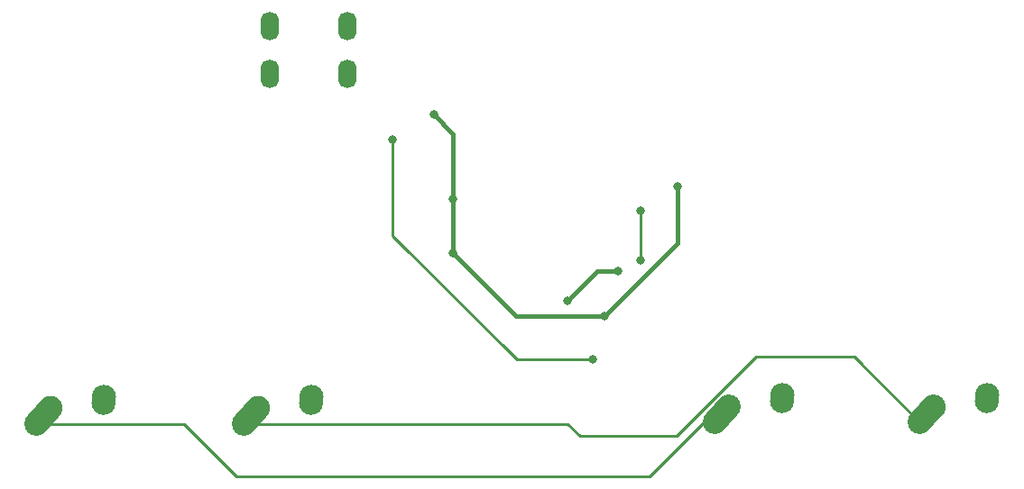
<source format=gbr>
%TF.GenerationSoftware,KiCad,Pcbnew,7.0.8*%
%TF.CreationDate,2023-11-14T13:05:45-05:00*%
%TF.ProjectId,KiCad Files,4b694361-6420-4466-996c-65732e6b6963,rev?*%
%TF.SameCoordinates,Original*%
%TF.FileFunction,Copper,L1,Top*%
%TF.FilePolarity,Positive*%
%FSLAX46Y46*%
G04 Gerber Fmt 4.6, Leading zero omitted, Abs format (unit mm)*
G04 Created by KiCad (PCBNEW 7.0.8) date 2023-11-14 13:05:45*
%MOMM*%
%LPD*%
G01*
G04 APERTURE LIST*
G04 Aperture macros list*
%AMHorizOval*
0 Thick line with rounded ends*
0 $1 width*
0 $2 $3 position (X,Y) of the first rounded end (center of the circle)*
0 $4 $5 position (X,Y) of the second rounded end (center of the circle)*
0 Add line between two ends*
20,1,$1,$2,$3,$4,$5,0*
0 Add two circle primitives to create the rounded ends*
1,1,$1,$2,$3*
1,1,$1,$4,$5*%
G04 Aperture macros list end*
%TA.AperFunction,ComponentPad*%
%ADD10HorizOval,2.250000X0.655001X0.730000X-0.655001X-0.730000X0*%
%TD*%
%TA.AperFunction,ComponentPad*%
%ADD11C,2.250000*%
%TD*%
%TA.AperFunction,ComponentPad*%
%ADD12HorizOval,2.250000X0.020000X0.290000X-0.020000X-0.290000X0*%
%TD*%
%TA.AperFunction,ComponentPad*%
%ADD13O,1.700000X2.700000*%
%TD*%
%TA.AperFunction,ViaPad*%
%ADD14C,0.800000*%
%TD*%
%TA.AperFunction,Conductor*%
%ADD15C,0.381000*%
%TD*%
%TA.AperFunction,Conductor*%
%ADD16C,0.250000*%
%TD*%
G04 APERTURE END LIST*
D10*
%TO.P,MX4,1,COL*%
%TO.N,COL1*%
X180525001Y-109740000D03*
D11*
X181180000Y-109010000D03*
D12*
%TO.P,MX4,2,ROW*%
%TO.N,Net-(D4-A)*%
X186200000Y-108220000D03*
D11*
X186220000Y-107930000D03*
%TD*%
D10*
%TO.P,MX2,1,COL*%
%TO.N,COL1*%
X117095001Y-109872500D03*
D11*
X117750000Y-109142500D03*
D12*
%TO.P,MX2,2,ROW*%
%TO.N,Net-(D2-A)*%
X122770000Y-108352500D03*
D11*
X122790000Y-108062500D03*
%TD*%
D10*
%TO.P,MX3,1,COL*%
%TO.N,COL0*%
X161255001Y-109740000D03*
D11*
X161910000Y-109010000D03*
D12*
%TO.P,MX3,2,ROW*%
%TO.N,Net-(D3-A)*%
X166930000Y-108220000D03*
D11*
X166950000Y-107930000D03*
%TD*%
D10*
%TO.P,MX1,1,COL*%
%TO.N,COL0*%
X97625001Y-109880000D03*
D11*
X98280000Y-109150000D03*
D12*
%TO.P,MX1,2,ROW*%
%TO.N,Net-(D1-A)*%
X103300000Y-108360000D03*
D11*
X103320000Y-108070000D03*
%TD*%
D13*
%TO.P,USB1,6,SHIELD*%
%TO.N,unconnected-(USB1-SHIELD-Pad6)*%
X126170000Y-73190000D03*
X118870000Y-73190000D03*
X126170000Y-77690000D03*
X118870000Y-77690000D03*
%TD*%
D14*
%TO.N,GND*%
X151550000Y-96225000D03*
X146775000Y-99050000D03*
%TO.N,+5V*%
X136075000Y-94560000D03*
X157100000Y-88325000D03*
X136075000Y-89500000D03*
X134275000Y-81550000D03*
X150275000Y-100450000D03*
%TO.N,ROW0*%
X153700000Y-95225000D03*
X153700000Y-90550000D03*
%TO.N,Net-(U1-~{RESET})*%
X149150000Y-104575000D03*
X130375000Y-83900000D03*
%TD*%
D15*
%TO.N,GND*%
X151550000Y-96225000D02*
X149600000Y-96225000D01*
X149600000Y-96225000D02*
X146775000Y-99050000D01*
%TO.N,+5V*%
X157100000Y-93625000D02*
X157100000Y-88325000D01*
X142015000Y-100500000D02*
X150225000Y-100500000D01*
X136075000Y-83350000D02*
X134275000Y-81550000D01*
X136075000Y-94560000D02*
X142015000Y-100500000D01*
X150225000Y-100500000D02*
X150275000Y-100450000D01*
X136075000Y-94560000D02*
X136075000Y-89500000D01*
X150275000Y-100450000D02*
X157100000Y-93625000D01*
X136075000Y-89500000D02*
X136075000Y-83350000D01*
D16*
%TO.N,ROW0*%
X153700000Y-95225000D02*
X153700000Y-90550000D01*
%TO.N,COL0*%
X159580000Y-110470000D02*
X160600000Y-110470000D01*
X96970000Y-110610000D02*
X110869733Y-110610000D01*
X110869733Y-110610000D02*
X115771133Y-115511400D01*
X154538600Y-115511400D02*
X159580000Y-110470000D01*
X115771133Y-115511400D02*
X154538600Y-115511400D01*
%TO.N,COL1*%
X146852195Y-110602500D02*
X116440000Y-110602500D01*
X179870000Y-110470000D02*
X173725000Y-104325000D01*
X173725000Y-104325000D02*
X164525000Y-104325000D01*
X148024695Y-111775000D02*
X146852195Y-110602500D01*
X164525000Y-104325000D02*
X157075000Y-111775000D01*
X157075000Y-111775000D02*
X148024695Y-111775000D01*
%TO.N,Net-(U1-~{RESET})*%
X130375000Y-92900000D02*
X130375000Y-83900000D01*
X130375000Y-92900000D02*
X142050000Y-104575000D01*
X142050000Y-104575000D02*
X149150000Y-104575000D01*
%TD*%
M02*

</source>
